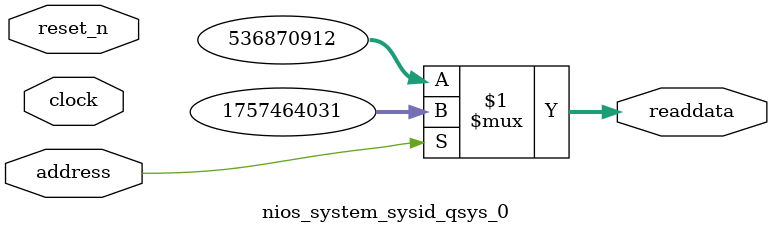
<source format=v>



// synthesis translate_off
`timescale 1ns / 1ps
// synthesis translate_on

// turn off superfluous verilog processor warnings 
// altera message_level Level1 
// altera message_off 10034 10035 10036 10037 10230 10240 10030 

module nios_system_sysid_qsys_0 (
               // inputs:
                address,
                clock,
                reset_n,

               // outputs:
                readdata
             )
;

  output  [ 31: 0] readdata;
  input            address;
  input            clock;
  input            reset_n;

  wire    [ 31: 0] readdata;
  //control_slave, which is an e_avalon_slave
  assign readdata = address ? 1757464031 : 536870912;

endmodule



</source>
